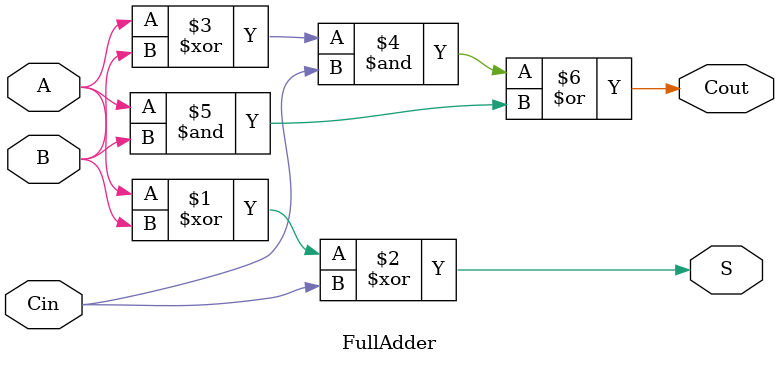
<source format=v>
`timescale 1 ns / 1 ps


module FullAdder (
	input wire A,
	input wire B,
	input wire Cin,
	output wire S,
	output wire Cout
);

assign S = (A ^ B) ^ Cin;
assign Cout = ((A ^ B) & Cin) | (A & B);

endmodule

</source>
